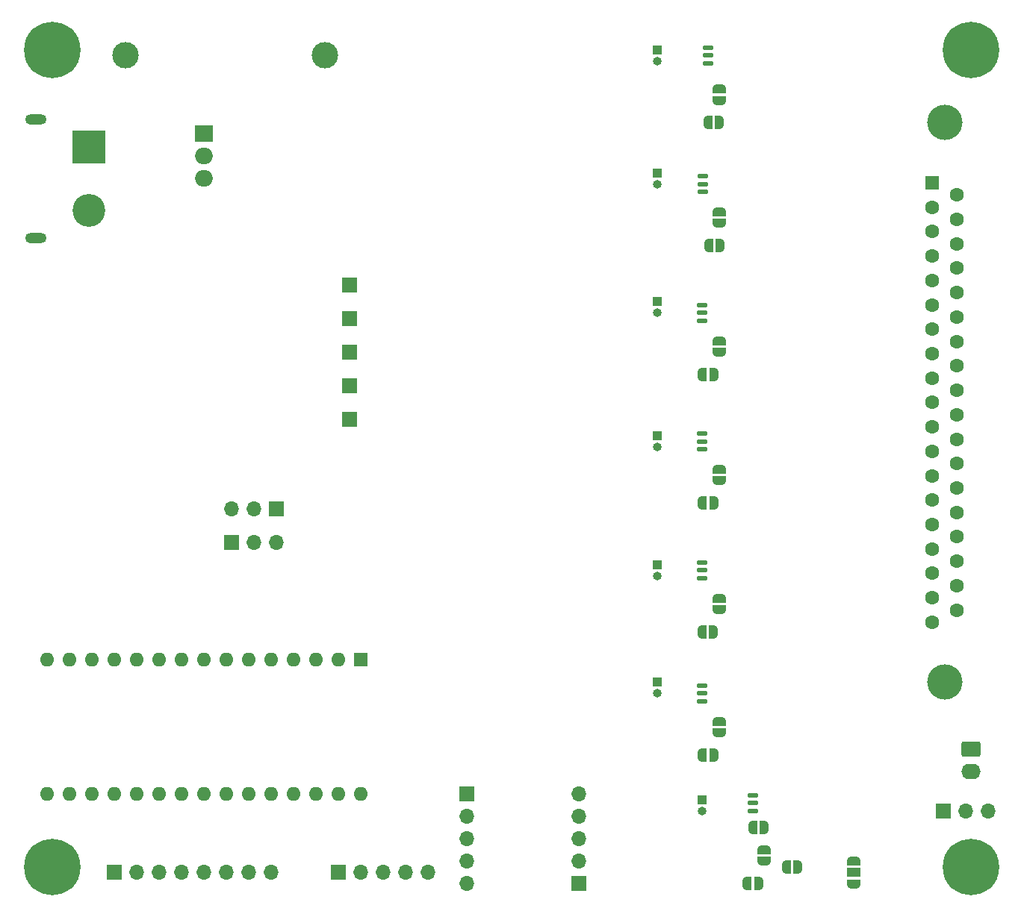
<source format=gbr>
%TF.GenerationSoftware,KiCad,Pcbnew,(6.0.0)*%
%TF.CreationDate,2022-09-29T10:08:53+01:00*%
%TF.ProjectId,truss_PCB,74727573-735f-4504-9342-2e6b69636164,rev?*%
%TF.SameCoordinates,Original*%
%TF.FileFunction,Soldermask,Bot*%
%TF.FilePolarity,Negative*%
%FSLAX46Y46*%
G04 Gerber Fmt 4.6, Leading zero omitted, Abs format (unit mm)*
G04 Created by KiCad (PCBNEW (6.0.0)) date 2022-09-29 10:08:53*
%MOMM*%
%LPD*%
G01*
G04 APERTURE LIST*
G04 Aperture macros list*
%AMRoundRect*
0 Rectangle with rounded corners*
0 $1 Rounding radius*
0 $2 $3 $4 $5 $6 $7 $8 $9 X,Y pos of 4 corners*
0 Add a 4 corners polygon primitive as box body*
4,1,4,$2,$3,$4,$5,$6,$7,$8,$9,$2,$3,0*
0 Add four circle primitives for the rounded corners*
1,1,$1+$1,$2,$3*
1,1,$1+$1,$4,$5*
1,1,$1+$1,$6,$7*
1,1,$1+$1,$8,$9*
0 Add four rect primitives between the rounded corners*
20,1,$1+$1,$2,$3,$4,$5,0*
20,1,$1+$1,$4,$5,$6,$7,0*
20,1,$1+$1,$6,$7,$8,$9,0*
20,1,$1+$1,$8,$9,$2,$3,0*%
%AMFreePoly0*
4,1,22,0.500000,-0.750000,0.000000,-0.750000,0.000000,-0.745033,-0.079941,-0.743568,-0.215256,-0.701293,-0.333266,-0.622738,-0.424486,-0.514219,-0.481581,-0.384460,-0.499164,-0.250000,-0.500000,-0.250000,-0.500000,0.250000,-0.499164,0.250000,-0.499963,0.256109,-0.478152,0.396186,-0.417904,0.524511,-0.324060,0.630769,-0.204165,0.706417,-0.067858,0.745374,0.000000,0.744959,0.000000,0.750000,
0.500000,0.750000,0.500000,-0.750000,0.500000,-0.750000,$1*%
%AMFreePoly1*
4,1,20,0.000000,0.744959,0.073905,0.744508,0.209726,0.703889,0.328688,0.626782,0.421226,0.519385,0.479903,0.390333,0.500000,0.250000,0.500000,-0.250000,0.499851,-0.262216,0.476331,-0.402017,0.414519,-0.529596,0.319384,-0.634700,0.198574,-0.708877,0.061801,-0.746166,0.000000,-0.745033,0.000000,-0.750000,-0.500000,-0.750000,-0.500000,0.750000,0.000000,0.750000,0.000000,0.744959,
0.000000,0.744959,$1*%
%AMFreePoly2*
4,1,22,0.550000,-0.750000,0.000000,-0.750000,0.000000,-0.745033,-0.079941,-0.743568,-0.215256,-0.701293,-0.333266,-0.622738,-0.424486,-0.514219,-0.481581,-0.384460,-0.499164,-0.250000,-0.500000,-0.250000,-0.500000,0.250000,-0.499164,0.250000,-0.499963,0.256109,-0.478152,0.396186,-0.417904,0.524511,-0.324060,0.630769,-0.204165,0.706417,-0.067858,0.745374,0.000000,0.744959,0.000000,0.750000,
0.550000,0.750000,0.550000,-0.750000,0.550000,-0.750000,$1*%
%AMFreePoly3*
4,1,20,0.000000,0.744959,0.073905,0.744508,0.209726,0.703889,0.328688,0.626782,0.421226,0.519385,0.479903,0.390333,0.500000,0.250000,0.500000,-0.250000,0.499851,-0.262216,0.476331,-0.402017,0.414519,-0.529596,0.319384,-0.634700,0.198574,-0.708877,0.061801,-0.746166,0.000000,-0.745033,0.000000,-0.750000,-0.550000,-0.750000,-0.550000,0.750000,0.000000,0.750000,0.000000,0.744959,
0.000000,0.744959,$1*%
G04 Aperture macros list end*
%ADD10R,1.700000X1.700000*%
%ADD11C,6.400000*%
%ADD12C,0.800000*%
%ADD13R,1.000000X1.000000*%
%ADD14O,1.000000X1.000000*%
%ADD15RoundRect,0.250000X-0.845000X0.620000X-0.845000X-0.620000X0.845000X-0.620000X0.845000X0.620000X0*%
%ADD16O,2.190000X1.740000*%
%ADD17O,1.700000X1.700000*%
%ADD18C,4.000000*%
%ADD19R,1.600000X1.600000*%
%ADD20C,1.600000*%
%ADD21O,1.600000X1.600000*%
%ADD22C,3.716000*%
%ADD23R,3.716000X3.716000*%
%ADD24O,2.400000X1.200000*%
%ADD25R,2.000000X1.905000*%
%ADD26O,2.000000X1.905000*%
%ADD27C,3.000000*%
%ADD28FreePoly0,90.000000*%
%ADD29FreePoly1,90.000000*%
%ADD30RoundRect,0.146375X0.436625X0.146375X-0.436625X0.146375X-0.436625X-0.146375X0.436625X-0.146375X0*%
%ADD31FreePoly0,180.000000*%
%ADD32FreePoly1,180.000000*%
%ADD33FreePoly2,270.000000*%
%ADD34R,1.500000X1.000000*%
%ADD35FreePoly3,270.000000*%
%ADD36FreePoly0,270.000000*%
%ADD37FreePoly1,270.000000*%
%ADD38FreePoly0,0.000000*%
%ADD39FreePoly1,0.000000*%
G04 APERTURE END LIST*
D10*
%TO.C,J18*%
X140970000Y-70485000D03*
%TD*%
D11*
%TO.C,H4*%
X211455000Y-136525000D03*
D12*
X213855000Y-136525000D03*
X213152056Y-134827944D03*
X209757944Y-134827944D03*
X213152056Y-138222056D03*
X211455000Y-138925000D03*
X209055000Y-136525000D03*
X211455000Y-134125000D03*
X209757944Y-138222056D03*
%TD*%
D13*
%TO.C,J6*%
X175895000Y-57785000D03*
D14*
X175895000Y-59055000D03*
%TD*%
D15*
%TO.C,J2*%
X211455000Y-123190000D03*
D16*
X211455000Y-125730000D03*
%TD*%
D11*
%TO.C,H2*%
X211455000Y-43815000D03*
D12*
X213152056Y-45512056D03*
X211455000Y-46215000D03*
X213152056Y-42117944D03*
X213855000Y-43815000D03*
X209757944Y-42117944D03*
X209757944Y-45512056D03*
X209055000Y-43815000D03*
X211455000Y-41415000D03*
%TD*%
D13*
%TO.C,J8*%
X175895000Y-87630000D03*
D14*
X175895000Y-88900000D03*
%TD*%
D10*
%TO.C,J13*%
X114300000Y-137160000D03*
D17*
X116840000Y-137160000D03*
X119380000Y-137160000D03*
X121920000Y-137160000D03*
X124460000Y-137160000D03*
X127000000Y-137160000D03*
X129540000Y-137160000D03*
X132080000Y-137160000D03*
%TD*%
D13*
%TO.C,J5*%
X175895000Y-43815000D03*
D14*
X175895000Y-45085000D03*
%TD*%
D13*
%TO.C,J9*%
X175895000Y-102235000D03*
D14*
X175895000Y-103505000D03*
%TD*%
D10*
%TO.C,J19*%
X140970000Y-81915000D03*
%TD*%
D18*
%TO.C,J4*%
X208430000Y-115570000D03*
X208430000Y-52070000D03*
D19*
X207010000Y-58890000D03*
D20*
X207010000Y-61660000D03*
X207010000Y-64430000D03*
X207010000Y-67200000D03*
X207010000Y-69970000D03*
X207010000Y-72740000D03*
X207010000Y-75510000D03*
X207010000Y-78280000D03*
X207010000Y-81050000D03*
X207010000Y-83820000D03*
X207010000Y-86590000D03*
X207010000Y-89360000D03*
X207010000Y-92130000D03*
X207010000Y-94900000D03*
X207010000Y-97670000D03*
X207010000Y-100440000D03*
X207010000Y-103210000D03*
X207010000Y-105980000D03*
X207010000Y-108750000D03*
X209850000Y-60275000D03*
X209850000Y-63045000D03*
X209850000Y-65815000D03*
X209850000Y-68585000D03*
X209850000Y-71355000D03*
X209850000Y-74125000D03*
X209850000Y-76895000D03*
X209850000Y-79665000D03*
X209850000Y-82435000D03*
X209850000Y-85205000D03*
X209850000Y-87975000D03*
X209850000Y-90745000D03*
X209850000Y-93515000D03*
X209850000Y-96285000D03*
X209850000Y-99055000D03*
X209850000Y-101825000D03*
X209850000Y-104595000D03*
X209850000Y-107365000D03*
%TD*%
D10*
%TO.C,J16*%
X127635000Y-99695000D03*
D17*
X130175000Y-99695000D03*
X132715000Y-99695000D03*
%TD*%
D13*
%TO.C,J7*%
X175895000Y-72390000D03*
D14*
X175895000Y-73660000D03*
%TD*%
D13*
%TO.C,J10*%
X175895000Y-115570000D03*
D14*
X175895000Y-116840000D03*
%TD*%
D10*
%TO.C,J14*%
X154305000Y-128270000D03*
D17*
X154305000Y-130810000D03*
X154305000Y-133350000D03*
X154305000Y-135890000D03*
X154305000Y-138430000D03*
%TD*%
D19*
%TO.C,A1*%
X142240000Y-113030000D03*
D21*
X139700000Y-113030000D03*
X137160000Y-113030000D03*
X134620000Y-113030000D03*
X132080000Y-113030000D03*
X129540000Y-113030000D03*
X127000000Y-113030000D03*
X124460000Y-113030000D03*
X121920000Y-113030000D03*
X119380000Y-113030000D03*
X116840000Y-113030000D03*
X114300000Y-113030000D03*
X111760000Y-113030000D03*
X109220000Y-113030000D03*
X106680000Y-113030000D03*
X106680000Y-128270000D03*
X109220000Y-128270000D03*
X111760000Y-128270000D03*
X114300000Y-128270000D03*
X116840000Y-128270000D03*
X119380000Y-128270000D03*
X121920000Y-128270000D03*
X124460000Y-128270000D03*
X127000000Y-128270000D03*
X129540000Y-128270000D03*
X132080000Y-128270000D03*
X134620000Y-128270000D03*
X137160000Y-128270000D03*
X139700000Y-128270000D03*
X142240000Y-128270000D03*
%TD*%
D10*
%TO.C,J12*%
X139700000Y-137160000D03*
D17*
X142240000Y-137160000D03*
X144780000Y-137160000D03*
X147320000Y-137160000D03*
X149860000Y-137160000D03*
%TD*%
D11*
%TO.C,H1*%
X107315000Y-43815000D03*
D12*
X105617944Y-42117944D03*
X107315000Y-41415000D03*
X107315000Y-46215000D03*
X109012056Y-42117944D03*
X105617944Y-45512056D03*
X104915000Y-43815000D03*
X109012056Y-45512056D03*
X109715000Y-43815000D03*
%TD*%
D22*
%TO.C,J1*%
X111410000Y-62020000D03*
D23*
X111410000Y-54820000D03*
D24*
X105410000Y-51670000D03*
X105410000Y-65170000D03*
%TD*%
D10*
%TO.C,J20*%
X140970000Y-78105000D03*
%TD*%
%TO.C,J15*%
X167005000Y-138425000D03*
D17*
X167005000Y-135885000D03*
X167005000Y-133345000D03*
X167005000Y-130805000D03*
X167005000Y-128265000D03*
%TD*%
D13*
%TO.C,J11*%
X180975000Y-128905000D03*
D14*
X180975000Y-130175000D03*
%TD*%
D10*
%TO.C,J17*%
X132715000Y-95885000D03*
D17*
X130175000Y-95885000D03*
X127635000Y-95885000D03*
%TD*%
D12*
%TO.C,H3*%
X105617944Y-138222056D03*
X109012056Y-134827944D03*
X107315000Y-134125000D03*
X109012056Y-138222056D03*
D11*
X107315000Y-136525000D03*
D12*
X109715000Y-136525000D03*
X107315000Y-138925000D03*
X105617944Y-134827944D03*
X104915000Y-136525000D03*
%TD*%
D25*
%TO.C,Q8*%
X124460000Y-53340000D03*
D26*
X124460000Y-55880000D03*
X124460000Y-58420000D03*
%TD*%
D10*
%TO.C,J3*%
X208280000Y-130175000D03*
D17*
X210820000Y-130175000D03*
X213360000Y-130175000D03*
%TD*%
D10*
%TO.C,J21*%
X140970000Y-85725000D03*
%TD*%
%TO.C,J22*%
X140970000Y-74295000D03*
%TD*%
D27*
%TO.C,F1*%
X115570000Y-44450000D03*
X138170000Y-44450000D03*
%TD*%
D28*
%TO.C,JP14*%
X182880000Y-107345000D03*
D29*
X182880000Y-106045000D03*
%TD*%
D28*
%TO.C,JP8*%
X182880000Y-78120000D03*
D29*
X182880000Y-76820000D03*
%TD*%
D30*
%TO.C,JP15*%
X180949000Y-101981000D03*
X180949000Y-102870000D03*
X180949000Y-103759000D03*
%TD*%
D28*
%TO.C,JP21*%
X187960000Y-135890000D03*
D29*
X187960000Y-134590000D03*
%TD*%
D31*
%TO.C,JP10*%
X182260000Y-80645000D03*
D32*
X180960000Y-80645000D03*
%TD*%
D28*
%TO.C,JP11*%
X182880000Y-92710000D03*
D29*
X182880000Y-91410000D03*
%TD*%
D31*
%TO.C,JP7*%
X182985000Y-66040000D03*
D32*
X181685000Y-66040000D03*
%TD*%
D31*
%TO.C,JP16*%
X182245000Y-109855000D03*
D32*
X180945000Y-109855000D03*
%TD*%
D31*
%TO.C,JP13*%
X182260000Y-95250000D03*
D32*
X180960000Y-95250000D03*
%TD*%
D31*
%TO.C,JP25*%
X187340000Y-138430000D03*
D32*
X186040000Y-138430000D03*
%TD*%
D30*
%TO.C,JP6*%
X181050000Y-58166000D03*
X181050000Y-59055000D03*
X181050000Y-59944000D03*
%TD*%
%TO.C,JP12*%
X180975000Y-87376000D03*
X180975000Y-88265000D03*
X180975000Y-89154000D03*
%TD*%
D31*
%TO.C,JP4*%
X182895000Y-52070000D03*
D32*
X181595000Y-52070000D03*
%TD*%
D33*
%TO.C,JP20*%
X198120000Y-135860000D03*
D34*
X198120000Y-137160000D03*
D35*
X198120000Y-138460000D03*
%TD*%
D30*
%TO.C,JP18*%
X180949000Y-115951000D03*
X180949000Y-116840000D03*
X180949000Y-117729000D03*
%TD*%
D28*
%TO.C,JP17*%
X182880000Y-121315000D03*
D29*
X182880000Y-120015000D03*
%TD*%
D28*
%TO.C,JP5*%
X182880000Y-63500000D03*
D29*
X182880000Y-62200000D03*
%TD*%
D31*
%TO.C,JP19*%
X182260000Y-123825000D03*
D32*
X180960000Y-123825000D03*
%TD*%
D30*
%TO.C,JP24*%
X186690000Y-128397000D03*
X186690000Y-129286000D03*
X186690000Y-130175000D03*
%TD*%
D36*
%TO.C,JP2*%
X182880000Y-48260000D03*
D37*
X182880000Y-49560000D03*
%TD*%
D32*
%TO.C,JP22*%
X186660000Y-132080000D03*
D31*
X187960000Y-132080000D03*
%TD*%
D30*
%TO.C,JP3*%
X181584000Y-43561000D03*
X181584000Y-44450000D03*
X181584000Y-45339000D03*
%TD*%
D38*
%TO.C,JP23*%
X190470000Y-136525000D03*
D39*
X191770000Y-136525000D03*
%TD*%
D30*
%TO.C,JP9*%
X180975000Y-72771000D03*
X180975000Y-73660000D03*
X180975000Y-74549000D03*
%TD*%
M02*

</source>
